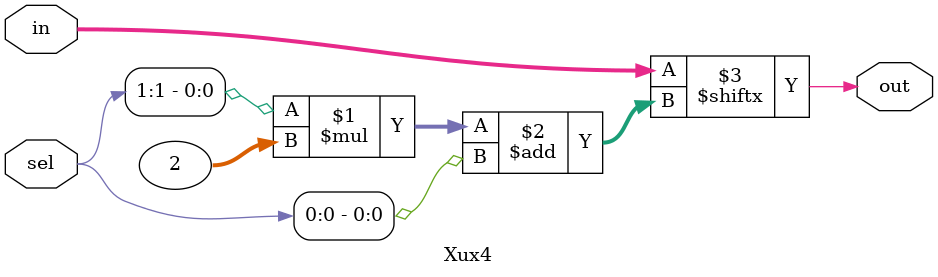
<source format=v>
module Xux4 (in, sel, out);

	input [3:0] in;
	input [1:0] sel;
	output out;

	assign out = in[sel[1] * 2 + sel[0]];
endmodule
</source>
